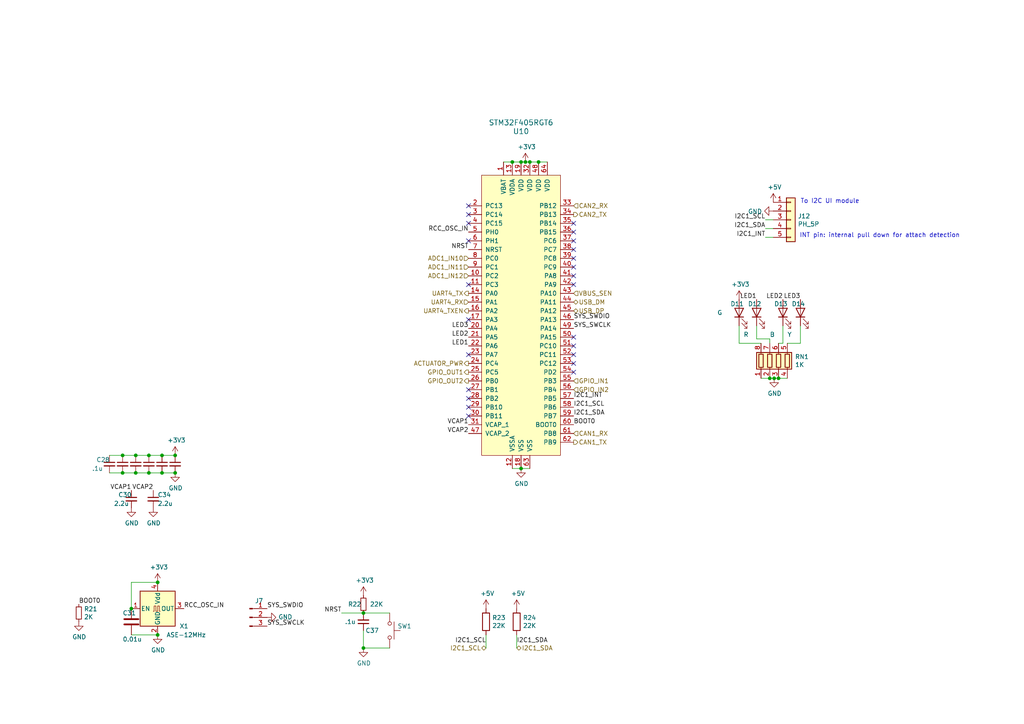
<source format=kicad_sch>
(kicad_sch (version 20211123) (generator eeschema)
  (paper "A4")
  (lib_symbols
    (symbol "AbsoluteEncoderBoard-rescue:STM32F405RGT6-dk_Embedded-Microcontrollers" (pin_names (offset 1.016))
      (property "Reference" "U" (at -11.43 45.72 0))
      (property "Value" "STM32F405RGT6-dk_Embedded-Microcontrollers" (at -1.27 2.54 90))
      (symbol "STM32F405RGT6-dk_Embedded-Microcontrollers_0_1"
        (rectangle (start -11.43 44.45) (end 11.43 -36.83) (fill (type background)))
      )
      (symbol "STM32F405RGT6-dk_Embedded-Microcontrollers_1_1"
        (pin power_in line (at -5.08 48.26 270) (length 3.81) (name "VBAT") (number "1"))
        (pin bidirectional line (at -15.24 15.24 0) (length 3.81) (name "PC2") (number "10"))
        (pin bidirectional line (at -15.24 12.7 0) (length 3.81) (name "PC3") (number "11"))
        (pin power_in line (at -2.54 -40.64 90) (length 3.81) (name "VSSA") (number "12"))
        (pin power_in line (at -2.54 48.26 270) (length 3.81) (name "VDDA") (number "13"))
        (pin bidirectional line (at -15.24 10.16 0) (length 3.81) (name "PA0") (number "14"))
        (pin bidirectional line (at -15.24 7.62 0) (length 3.81) (name "PA1") (number "15"))
        (pin bidirectional line (at -15.24 5.08 0) (length 3.81) (name "PA2") (number "16"))
        (pin bidirectional line (at -15.24 2.54 0) (length 3.81) (name "PA3") (number "17"))
        (pin power_in line (at 0 -40.64 90) (length 3.81) (name "VSS") (number "18"))
        (pin power_in line (at 0 48.26 270) (length 3.81) (name "VDD") (number "19"))
        (pin bidirectional line (at -15.24 35.56 0) (length 3.81) (name "PC13") (number "2"))
        (pin bidirectional line (at -15.24 0 0) (length 3.81) (name "PA4") (number "20"))
        (pin bidirectional line (at -15.24 -2.54 0) (length 3.81) (name "PA5") (number "21"))
        (pin bidirectional line (at -15.24 -5.08 0) (length 3.81) (name "PA6") (number "22"))
        (pin bidirectional line (at -15.24 -7.62 0) (length 3.81) (name "PA7") (number "23"))
        (pin bidirectional line (at -15.24 -10.16 0) (length 3.81) (name "PC4") (number "24"))
        (pin bidirectional line (at -15.24 -12.7 0) (length 3.81) (name "PC5") (number "25"))
        (pin bidirectional line (at -15.24 -15.24 0) (length 3.81) (name "PB0") (number "26"))
        (pin bidirectional line (at -15.24 -17.78 0) (length 3.81) (name "PB1") (number "27"))
        (pin bidirectional line (at -15.24 -20.32 0) (length 3.81) (name "PB2") (number "28"))
        (pin bidirectional line (at -15.24 -22.86 0) (length 3.81) (name "PB10") (number "29"))
        (pin bidirectional line (at -15.24 33.02 0) (length 3.81) (name "PC14") (number "3"))
        (pin bidirectional line (at -15.24 -25.4 0) (length 3.81) (name "PB11") (number "30"))
        (pin passive line (at -15.24 -27.94 0) (length 3.81) (name "VCAP_1") (number "31"))
        (pin power_in line (at 2.54 48.26 270) (length 3.81) (name "VDD") (number "32"))
        (pin bidirectional line (at 15.24 35.56 180) (length 3.81) (name "PB12") (number "33"))
        (pin bidirectional line (at 15.24 33.02 180) (length 3.81) (name "PB13") (number "34"))
        (pin bidirectional line (at 15.24 30.48 180) (length 3.81) (name "PB14") (number "35"))
        (pin bidirectional line (at 15.24 27.94 180) (length 3.81) (name "PB15") (number "36"))
        (pin bidirectional line (at 15.24 25.4 180) (length 3.81) (name "PC6") (number "37"))
        (pin bidirectional line (at 15.24 22.86 180) (length 3.81) (name "PC7") (number "38"))
        (pin bidirectional line (at 15.24 20.32 180) (length 3.81) (name "PC8") (number "39"))
        (pin bidirectional line (at -15.24 30.48 0) (length 3.81) (name "PC15") (number "4"))
        (pin bidirectional line (at 15.24 17.78 180) (length 3.81) (name "PC9") (number "40"))
        (pin bidirectional line (at 15.24 15.24 180) (length 3.81) (name "PA8") (number "41"))
        (pin bidirectional line (at 15.24 12.7 180) (length 3.81) (name "PA9") (number "42"))
        (pin bidirectional line (at 15.24 10.16 180) (length 3.81) (name "PA10") (number "43"))
        (pin bidirectional line (at 15.24 7.62 180) (length 3.81) (name "PA11") (number "44"))
        (pin bidirectional line (at 15.24 5.08 180) (length 3.81) (name "PA12") (number "45"))
        (pin bidirectional line (at 15.24 2.54 180) (length 3.81) (name "PA13") (number "46"))
        (pin passive line (at -15.24 -30.48 0) (length 3.81) (name "VCAP_2") (number "47"))
        (pin power_in line (at 5.08 48.26 270) (length 3.81) (name "VDD") (number "48"))
        (pin bidirectional line (at 15.24 0 180) (length 3.81) (name "PA14") (number "49"))
        (pin bidirectional line (at -15.24 27.94 0) (length 3.81) (name "PH0") (number "5"))
        (pin bidirectional line (at 15.24 -2.54 180) (length 3.81) (name "PA15") (number "50"))
        (pin bidirectional line (at 15.24 -5.08 180) (length 3.81) (name "PC10") (number "51"))
        (pin bidirectional line (at 15.24 -7.62 180) (length 3.81) (name "PC11") (number "52"))
        (pin bidirectional line (at 15.24 -10.16 180) (length 3.81) (name "PC12") (number "53"))
        (pin bidirectional line (at 15.24 -12.7 180) (length 3.81) (name "PD2") (number "54"))
        (pin bidirectional line (at 15.24 -15.24 180) (length 3.81) (name "PB3") (number "55"))
        (pin bidirectional line (at 15.24 -17.78 180) (length 3.81) (name "PB4") (number "56"))
        (pin bidirectional line (at 15.24 -20.32 180) (length 3.81) (name "PB5") (number "57"))
        (pin bidirectional line (at 15.24 -22.86 180) (length 3.81) (name "PB6") (number "58"))
        (pin bidirectional line (at 15.24 -25.4 180) (length 3.81) (name "PB7") (number "59"))
        (pin bidirectional line (at -15.24 25.4 0) (length 3.81) (name "PH1") (number "6"))
        (pin bidirectional line (at 15.24 -27.94 180) (length 3.81) (name "BOOT0") (number "60"))
        (pin bidirectional line (at 15.24 -30.48 180) (length 3.81) (name "PB8") (number "61"))
        (pin bidirectional line (at 15.24 -33.02 180) (length 3.81) (name "PB9") (number "62"))
        (pin power_in line (at 2.54 -40.64 90) (length 3.81) (name "VSS") (number "63"))
        (pin power_in line (at 7.62 48.26 270) (length 3.81) (name "VDD") (number "64"))
        (pin bidirectional line (at -15.24 22.86 0) (length 3.81) (name "NRST") (number "7"))
        (pin bidirectional line (at -15.24 20.32 0) (length 3.81) (name "PC0") (number "8"))
        (pin bidirectional line (at -15.24 17.78 0) (length 3.81) (name "PC1") (number "9"))
      )
    )
    (symbol "Connector:Conn_01x03_Male" (pin_names (offset 1.016) hide)
      (property "Reference" "J" (at 0 5.08 0))
      (property "Value" "Conn_01x03_Male" (at 0 -5.08 0))
      (symbol "Conn_01x03_Male_1_1"
        (polyline (pts (xy 1.27 -2.54) (xy 0.8636 -2.54)) (stroke (width 0.1524)))
        (polyline (pts (xy 1.27 0) (xy 0.8636 0)) (stroke (width 0.1524)))
        (polyline (pts (xy 1.27 2.54) (xy 0.8636 2.54)) (stroke (width 0.1524)))
        (rectangle (start 0.8636 -2.413) (end 0 -2.667) (stroke (width 0.1524)) (fill (type outline)))
        (rectangle (start 0.8636 0.127) (end 0 -0.127) (stroke (width 0.1524)) (fill (type outline)))
        (rectangle (start 0.8636 2.667) (end 0 2.413) (stroke (width 0.1524)) (fill (type outline)))
        (pin passive line (at 5.08 2.54 180) (length 3.81) (name "Pin_1") (number "1"))
        (pin passive line (at 5.08 0 180) (length 3.81) (name "Pin_2") (number "2"))
        (pin passive line (at 5.08 -2.54 180) (length 3.81) (name "Pin_3") (number "3"))
      )
    )
    (symbol "Connector_Generic:Conn_01x05" (pin_names (offset 1.016) hide)
      (property "Reference" "J" (at 0 7.62 0))
      (property "Value" "Conn_01x05" (at 0 -7.62 0))
      (symbol "Conn_01x05_1_1"
        (rectangle (start -1.27 -4.953) (end 0 -5.207) (stroke (width 0.1524)))
        (rectangle (start -1.27 -2.413) (end 0 -2.667) (stroke (width 0.1524)))
        (rectangle (start -1.27 0.127) (end 0 -0.127) (stroke (width 0.1524)))
        (rectangle (start -1.27 2.667) (end 0 2.413) (stroke (width 0.1524)))
        (rectangle (start -1.27 5.207) (end 0 4.953) (stroke (width 0.1524)))
        (rectangle (start -1.27 6.35) (end 1.27 -6.35) (stroke (width 0.254)) (fill (type background)))
        (pin passive line (at -5.08 5.08 0) (length 3.81) (name "Pin_1") (number "1"))
        (pin passive line (at -5.08 2.54 0) (length 3.81) (name "Pin_2") (number "2"))
        (pin passive line (at -5.08 0 0) (length 3.81) (name "Pin_3") (number "3"))
        (pin passive line (at -5.08 -2.54 0) (length 3.81) (name "Pin_4") (number "4"))
        (pin passive line (at -5.08 -5.08 0) (length 3.81) (name "Pin_5") (number "5"))
      )
    )
    (symbol "Device:C" (pin_numbers hide) (pin_names (offset 0.254))
      (property "Reference" "C" (at 0.635 2.54 0))
      (property "Value" "C" (at 0.635 -2.54 0))
      (symbol "C_0_1"
        (polyline (pts (xy -2.032 -0.762) (xy 2.032 -0.762)) (stroke (width 0.508)))
        (polyline (pts (xy -2.032 0.762) (xy 2.032 0.762)) (stroke (width 0.508)))
      )
      (symbol "C_1_1"
        (pin passive line (at 0 3.81 270) (length 2.794) (name "~") (number "1"))
        (pin passive line (at 0 -3.81 90) (length 2.794) (name "~") (number "2"))
      )
    )
    (symbol "Device:C_Small" (pin_numbers hide) (pin_names (offset 0.254) hide)
      (property "Reference" "C" (at 0.254 1.778 0))
      (property "Value" "C_Small" (at 0.254 -2.032 0))
      (symbol "C_Small_0_1"
        (polyline (pts (xy -1.524 -0.508) (xy 1.524 -0.508)) (stroke (width 0.3302)))
        (polyline (pts (xy -1.524 0.508) (xy 1.524 0.508)) (stroke (width 0.3048)))
      )
      (symbol "C_Small_1_1"
        (pin passive line (at 0 2.54 270) (length 2.032) (name "~") (number "1"))
        (pin passive line (at 0 -2.54 90) (length 2.032) (name "~") (number "2"))
      )
    )
    (symbol "Device:LED" (pin_numbers hide) (pin_names (offset 1.016) hide)
      (property "Reference" "D" (at 0 2.54 0))
      (property "Value" "LED" (at 0 -2.54 0))
      (symbol "LED_0_1"
        (polyline (pts (xy -1.27 -1.27) (xy -1.27 1.27)) (stroke (width 0.254)))
        (polyline (pts (xy -1.27 0) (xy 1.27 0)))
        (polyline (pts (xy 1.27 -1.27) (xy 1.27 1.27) (xy -1.27 0) (xy 1.27 -1.27)) (stroke (width 0.254)))
        (polyline (pts (xy -3.048 -0.762) (xy -4.572 -2.286) (xy -3.81 -2.286) (xy -4.572 -2.286) (xy -4.572 -1.524)))
        (polyline (pts (xy -1.778 -0.762) (xy -3.302 -2.286) (xy -2.54 -2.286) (xy -3.302 -2.286) (xy -3.302 -1.524)))
      )
      (symbol "LED_1_1"
        (pin passive line (at -3.81 0 0) (length 2.54) (name "K") (number "1"))
        (pin passive line (at 3.81 0 180) (length 2.54) (name "A") (number "2"))
      )
    )
    (symbol "Device:R" (pin_numbers hide) (pin_names (offset 0))
      (property "Reference" "R" (at 2.032 0 90))
      (property "Value" "R" (at 0 0 90))
      (symbol "R_0_1"
        (rectangle (start -1.016 -2.54) (end 1.016 2.54) (stroke (width 0.254)))
      )
      (symbol "R_1_1"
        (pin passive line (at 0 3.81 270) (length 1.27) (name "~") (number "1"))
        (pin passive line (at 0 -3.81 90) (length 1.27) (name "~") (number "2"))
      )
    )
    (symbol "Device:R_Pack04" (pin_names (offset 0) hide)
      (property "Reference" "RN" (at -7.62 0 90))
      (property "Value" "R_Pack04" (at 5.08 0 90))
      (symbol "R_Pack04_0_1"
        (rectangle (start -6.35 -2.413) (end 3.81 2.413) (stroke (width 0.254)) (fill (type background)))
        (rectangle (start -5.715 1.905) (end -4.445 -1.905) (stroke (width 0.254)))
        (rectangle (start -3.175 1.905) (end -1.905 -1.905) (stroke (width 0.254)))
        (rectangle (start -0.635 1.905) (end 0.635 -1.905) (stroke (width 0.254)))
        (polyline (pts (xy -5.08 -2.54) (xy -5.08 -1.905)))
        (polyline (pts (xy -5.08 1.905) (xy -5.08 2.54)))
        (polyline (pts (xy -2.54 -2.54) (xy -2.54 -1.905)))
        (polyline (pts (xy -2.54 1.905) (xy -2.54 2.54)))
        (polyline (pts (xy 0 -2.54) (xy 0 -1.905)))
        (polyline (pts (xy 0 1.905) (xy 0 2.54)))
        (polyline (pts (xy 2.54 -2.54) (xy 2.54 -1.905)))
        (polyline (pts (xy 2.54 1.905) (xy 2.54 2.54)))
        (rectangle (start 1.905 1.905) (end 3.175 -1.905) (stroke (width 0.254)))
      )
      (symbol "R_Pack04_1_1"
        (pin passive line (at -5.08 -5.08 90) (length 2.54) (name "R1.1") (number "1"))
        (pin passive line (at -2.54 -5.08 90) (length 2.54) (name "R2.1") (number "2"))
        (pin passive line (at 0 -5.08 90) (length 2.54) (name "R3.1") (number "3"))
        (pin passive line (at 2.54 -5.08 90) (length 2.54) (name "R4.1") (number "4"))
        (pin passive line (at 2.54 5.08 270) (length 2.54) (name "R4.2") (number "5"))
        (pin passive line (at 0 5.08 270) (length 2.54) (name "R3.2") (number "6"))
        (pin passive line (at -2.54 5.08 270) (length 2.54) (name "R2.2") (number "7"))
        (pin passive line (at -5.08 5.08 270) (length 2.54) (name "R1.2") (number "8"))
      )
    )
    (symbol "Device:R_Small" (pin_numbers hide) (pin_names (offset 0.254) hide)
      (property "Reference" "R" (at 0.762 0.508 0))
      (property "Value" "R_Small" (at 0.762 -1.016 0))
      (symbol "R_Small_0_1"
        (rectangle (start -0.762 1.778) (end 0.762 -1.778) (stroke (width 0.2032)))
      )
      (symbol "R_Small_1_1"
        (pin passive line (at 0 2.54 270) (length 0.762) (name "~") (number "1"))
        (pin passive line (at 0 -2.54 90) (length 0.762) (name "~") (number "2"))
      )
    )
    (symbol "Oscillator:ASE-xxxMHz" (pin_names (offset 0.254))
      (property "Reference" "X" (at -5.08 6.35 0))
      (property "Value" "ASE-xxxMHz" (at 1.27 -6.35 0))
      (symbol "ASE-xxxMHz_0_1"
        (rectangle (start -5.08 5.08) (end 5.08 -5.08) (stroke (width 0.254)) (fill (type background)))
        (polyline (pts (xy -1.27 -0.762) (xy -1.016 -0.762) (xy -1.016 0.762) (xy -0.508 0.762) (xy -0.508 -0.762) (xy 0 -0.762) (xy 0 0.762) (xy 0.508 0.762) (xy 0.508 -0.762) (xy 0.762 -0.762)))
      )
      (symbol "ASE-xxxMHz_1_1"
        (pin input line (at -7.62 0 0) (length 2.54) (name "EN") (number "1"))
        (pin power_in line (at 0 -7.62 90) (length 2.54) (name "GND") (number "2"))
        (pin output line (at 7.62 0 180) (length 2.54) (name "OUT") (number "3"))
        (pin power_in line (at 0 7.62 270) (length 2.54) (name "Vdd") (number "4"))
      )
    )
    (symbol "Switch:SW_Push" (pin_numbers hide) (pin_names (offset 1.016) hide)
      (property "Reference" "SW" (at 1.27 2.54 0))
      (property "Value" "SW_Push" (at 0 -1.524 0))
      (symbol "SW_Push_0_1"
        (circle (center -2.032 0) (radius 0.508))
        (polyline (pts (xy 0 1.27) (xy 0 3.048)))
        (polyline (pts (xy 2.54 1.27) (xy -2.54 1.27)))
        (circle (center 2.032 0) (radius 0.508))
        (pin passive line (at -5.08 0 0) (length 2.54) (name "1") (number "1"))
        (pin passive line (at 5.08 0 180) (length 2.54) (name "2") (number "2"))
      )
    )
    (symbol "power:+3.3V" (power) (pin_names (offset 0))
      (property "Value" "+3.3V" (at 0 3.556 0))
      (symbol "+3.3V_0_1"
        (polyline (pts (xy -0.762 1.27) (xy 0 2.54)))
        (polyline (pts (xy 0 0) (xy 0 2.54)))
        (polyline (pts (xy 0 2.54) (xy 0.762 1.27)))
      )
      (symbol "+3.3V_1_1"
        (pin power_in line (at 0 0 90) (length 0) hide (name "+3V3") (number "1"))
      )
    )
    (symbol "power:+3V3" (power) (pin_names (offset 0))
      (property "Value" "+3V3" (at 0 3.556 0))
      (symbol "+3V3_0_1"
        (polyline (pts (xy -0.762 1.27) (xy 0 2.54)))
        (polyline (pts (xy 0 0) (xy 0 2.54)))
        (polyline (pts (xy 0 2.54) (xy 0.762 1.27)))
      )
      (symbol "+3V3_1_1"
        (pin power_in line (at 0 0 90) (length 0) hide (name "+3V3") (number "1"))
      )
    )
    (symbol "power:+5V" (power) (pin_names (offset 0))
      (property "Value" "+5V" (at 0 3.556 0))
      (symbol "+5V_0_1"
        (polyline (pts (xy -0.762 1.27) (xy 0 2.54)))
        (polyline (pts (xy 0 0) (xy 0 2.54)))
        (polyline (pts (xy 0 2.54) (xy 0.762 1.27)))
      )
      (symbol "+5V_1_1"
        (pin power_in line (at 0 0 90) (length 0) hide (name "+5V") (number "1"))
      )
    )
    (symbol "power:GND" (power) (pin_names (offset 0))
      (property "Value" "GND" (at 0 -3.81 0))
      (symbol "GND_0_1"
        (polyline (pts (xy 0 0) (xy 0 -1.27) (xy 1.27 -1.27) (xy 0 -2.54) (xy -1.27 -1.27) (xy 0 -1.27)))
      )
      (symbol "GND_1_1"
        (pin power_in line (at 0 0 270) (length 0) hide (name "GND") (number "1"))
      )
    )
  )
  (junction (at 151.13 46.99))
  (junction (at 223.266 109.728))
  (junction (at 43.18 137.16))
  (junction (at 105.41 177.8))
  (junction (at 224.536 109.728))
  (junction (at 50.8 137.16))
  (junction (at 151.13 135.89))
  (junction (at 45.72 184.15))
  (junction (at 156.21 46.99))
  (junction (at 50.8 132.08))
  (junction (at 45.72 168.91))
  (junction (at 153.67 46.99))
  (junction (at 152.4 46.99))
  (junction (at 148.59 46.99))
  (junction (at 225.806 109.728))
  (junction (at 46.99 132.08))
  (junction (at 105.41 187.96))
  (junction (at 39.37 137.16))
  (junction (at 43.18 132.08))
  (junction (at 35.56 132.08))
  (junction (at 39.37 132.08))
  (junction (at 46.99 137.16))
  (junction (at 38.1 176.53))
  (junction (at 35.56 137.16))
  (no_connect (at 166.37 97.79))
  (no_connect (at 166.37 67.31))
  (no_connect (at 166.37 69.85))
  (no_connect (at 166.37 100.33))
  (no_connect (at 135.89 115.57))
  (no_connect (at 166.37 80.01))
  (no_connect (at 166.37 77.47))
  (no_connect (at 135.89 59.69))
  (no_connect (at 135.89 92.71))
  (no_connect (at 166.37 107.95))
  (no_connect (at 135.89 120.65))
  (no_connect (at 135.89 118.11))
  (no_connect (at 135.89 64.77))
  (no_connect (at 135.89 62.23))
  (no_connect (at 166.37 82.55))
  (no_connect (at 166.37 105.41))
  (no_connect (at 135.89 69.85))
  (no_connect (at 135.89 82.55))
  (no_connect (at 166.37 102.87))
  (no_connect (at 166.37 74.93))
  (no_connect (at 135.89 102.87))
  (no_connect (at 166.37 72.39))
  (no_connect (at 135.89 113.03))
  (no_connect (at 166.37 64.77))
  (wire (pts (xy 221.996 68.834) (xy 224.282 68.834)))
  (wire (pts (xy 39.37 132.08) (xy 35.56 132.08)))
  (wire (pts (xy 152.4 46.99) (xy 151.13 46.99)))
  (wire (pts (xy 232.156 94.488) (xy 232.156 99.568)))
  (wire (pts (xy 105.41 187.96) (xy 105.41 182.88)))
  (wire (pts (xy 225.806 109.728) (xy 228.346 109.728)))
  (wire (pts (xy 156.21 46.99) (xy 153.67 46.99)))
  (wire (pts (xy 46.99 132.08) (xy 43.18 132.08)))
  (wire (pts (xy 220.726 109.728) (xy 223.266 109.728)))
  (wire (pts (xy 99.06 177.8) (xy 105.41 177.8)))
  (wire (pts (xy 38.1 184.15) (xy 45.72 184.15)))
  (wire (pts (xy 105.41 177.8) (xy 113.03 177.8)))
  (wire (pts (xy 46.99 137.16) (xy 43.18 137.16)))
  (wire (pts (xy 43.18 132.08) (xy 39.37 132.08)))
  (wire (pts (xy 219.456 98.298) (xy 223.266 98.298)))
  (wire (pts (xy 50.8 137.16) (xy 46.99 137.16)))
  (wire (pts (xy 35.56 132.08) (xy 31.75 132.08)))
  (wire (pts (xy 221.996 66.294) (xy 224.282 66.294)))
  (wire (pts (xy 232.156 99.568) (xy 228.346 99.568)))
  (wire (pts (xy 113.03 187.96) (xy 105.41 187.96)))
  (wire (pts (xy 158.75 46.99) (xy 156.21 46.99)))
  (wire (pts (xy 151.13 46.99) (xy 148.59 46.99)))
  (wire (pts (xy 225.806 99.568) (xy 227.076 99.568)))
  (wire (pts (xy 149.86 184.15) (xy 149.86 187.96)))
  (wire (pts (xy 221.996 63.754) (xy 224.282 63.754)))
  (wire (pts (xy 223.266 109.728) (xy 224.536 109.728)))
  (wire (pts (xy 140.97 184.15) (xy 140.97 187.96)))
  (wire (pts (xy 50.8 132.08) (xy 46.99 132.08)))
  (wire (pts (xy 224.536 109.728) (xy 225.806 109.728)))
  (wire (pts (xy 223.266 98.298) (xy 223.266 99.568)))
  (wire (pts (xy 214.376 94.488) (xy 214.376 99.568)))
  (wire (pts (xy 153.67 135.89) (xy 151.13 135.89)))
  (wire (pts (xy 38.1 176.53) (xy 38.1 168.91)))
  (wire (pts (xy 38.1 168.91) (xy 45.72 168.91)))
  (wire (pts (xy 151.13 135.89) (xy 148.59 135.89)))
  (wire (pts (xy 219.456 94.488) (xy 219.456 98.298)))
  (wire (pts (xy 214.376 99.568) (xy 220.726 99.568)))
  (wire (pts (xy 35.56 137.16) (xy 31.75 137.16)))
  (wire (pts (xy 43.18 137.16) (xy 39.37 137.16)))
  (wire (pts (xy 153.67 46.99) (xy 152.4 46.99)))
  (wire (pts (xy 227.076 99.568) (xy 227.076 94.488)))
  (wire (pts (xy 39.37 137.16) (xy 35.56 137.16)))
  (wire (pts (xy 148.59 46.99) (xy 146.05 46.99)))
  (text "To I2C UI module" (at 232.156 59.182 0) (effects (font (size 1.27 1.27)) (justify left bottom)))
  (text "INT pin: internal pull down for attach detection" (at 231.902 69.088 0) (effects (font (size 1.27 1.27)) (justify left bottom)))
  (label "SYS_SWDIO" (at 77.47 176.53 0))
  (label "SYS_SWCLK" (at 166.37 95.25 0))
  (label "I2C1_INT" (at 166.37 115.57 0))
  (label "SYS_SWCLK" (at 77.47 181.61 0))
  (label "LED3" (at 232.156 86.868 180))
  (label "NRST" (at 99.06 177.8 180))
  (label "VCAP1" (at 135.89 123.19 180))
  (label "I2C1_INT" (at 221.996 68.834 180))
  (label "VCAP1" (at 38.1 142.24 180))
  (label "BOOT0" (at 22.86 175.26 0))
  (label "I2C1_SDA" (at 166.37 120.65 0))
  (label "RCC_OSC_IN" (at 53.34 176.53 0))
  (label "LED3" (at 135.89 95.25 180))
  (label "NRST" (at 135.89 72.39 180))
  (label "VCAP2" (at 135.89 125.73 180))
  (label "RCC_OSC_IN" (at 135.89 67.31 180))
  (label "BOOT0" (at 166.37 123.19 0))
  (label "LED1" (at 135.89 100.33 180))
  (label "I2C1_SDA" (at 149.86 186.69 0))
  (label "LED2" (at 227.076 86.868 180))
  (label "I2C1_SCL" (at 166.37 118.11 0))
  (label "I2C1_SCL" (at 221.996 63.754 180))
  (label "I2C1_SDA" (at 221.996 66.294 180))
  (label "LED1" (at 219.456 86.868 180))
  (label "LED2" (at 135.89 97.79 180))
  (label "SYS_SWDIO" (at 166.37 92.71 0))
  (label "I2C1_SCL" (at 140.97 186.69 180))
  (label "VCAP2" (at 44.45 142.24 180))
  (hierarchical_label "CAN2_TX" (shape output) (at 166.37 62.23 0))
  (hierarchical_label "GPIO_IN1" (shape input) (at 166.37 110.49 0))
  (hierarchical_label "CAN1_RX" (shape input) (at 166.37 125.73 0))
  (hierarchical_label "GPIO_OUT1" (shape output) (at 135.89 107.95 180))
  (hierarchical_label "UART4_TX" (shape output) (at 135.89 85.09 180))
  (hierarchical_label "USB_DP" (shape bidirectional) (at 166.37 90.17 0))
  (hierarchical_label "ADC1_IN12" (shape input) (at 135.89 80.01 180))
  (hierarchical_label "ADC1_IN10" (shape input) (at 135.89 74.93 180))
  (hierarchical_label "ADC1_IN11" (shape input) (at 135.89 77.47 180))
  (hierarchical_label "CAN1_TX" (shape output) (at 166.37 128.27 0))
  (hierarchical_label "ACTUATOR_PWR" (shape output) (at 135.89 105.41 180))
  (hierarchical_label "GPIO_IN2" (shape input) (at 166.37 113.03 0))
  (hierarchical_label "I2C1_SCL" (shape bidirectional) (at 140.97 187.96 180))
  (hierarchical_label "USB_DM" (shape bidirectional) (at 166.37 87.63 0))
  (hierarchical_label "UART4_RX" (shape input) (at 135.89 87.63 180))
  (hierarchical_label "UART4_TXEN" (shape output) (at 135.89 90.17 180))
  (hierarchical_label "I2C1_SDA" (shape bidirectional) (at 149.86 187.96 0))
  (hierarchical_label "CAN2_RX" (shape input) (at 166.37 59.69 0))
  (hierarchical_label "GPIO_OUT2" (shape output) (at 135.89 110.49 180))
  (hierarchical_label "VBUS_SEN" (shape input) (at 166.37 85.09 0))
  (symbol (lib_id "AbsoluteEncoderBoard-rescue:STM32F405RGT6-dk_Embedded-Microcontrollers") (at 151.13 95.25 0) (unit 1)
    (property "Reference" "U10" (at 151.13 38.1 0) (effects (font (size 1.524 1.524))))
    (property "Value" "STM32F405RGT6" (at 151.13 35.56 0) (effects (font (size 1.524 1.524))))
    (property "Footprint" "digikey-footprints:LQFP-64_10x10mm" (effects hide))
    (property "Datasheet" "http://www.st.com/content/ccc/resource/technical/document/datasheet/ef/92/76/6d/bb/c2/4f/f7/DM00037051.pdf/files/DM00037051.pdf/jcr:content/translations/en.DM00037051.pdf" (effects hide))
    (property "Digi-Key_PN" "497-11767-ND" (effects hide))
    (property "MPN" "STM32F405RGT6" (effects hide))
    (property "Category" "Integrated Circuits (ICs)" (effects hide))
    (property "Family" "Embedded - Microcontrollers" (effects hide))
    (property "DK_Datasheet_Link" "http://www.st.com/content/ccc/resource/technical/document/datasheet/ef/92/76/6d/bb/c2/4f/f7/DM00037051.pdf/files/DM00037051.pdf/jcr:content/translations/en.DM00037051.pdf" (effects hide))
    (property "DK_Detail_Page" "/product-detail/en/stmicroelectronics/STM32F405RGT6/497-11767-ND/2754208" (effects hide))
    (property "Description" "IC MCU 32BIT 1MB FLASH 64LQFP" (effects hide))
    (property "Manufacturer" "STMicroelectronics" (effects hide))
    (property "Status" "Active" (effects hide))
  )
  (symbol (lib_id "power:+3.3V") (at 152.4 46.99 0) (unit 1)
    (property "Reference" "#PWR079" (effects hide))
    (property "Value" "+3.3V" (at 152.781 42.5958 0))
  )
  (symbol (lib_id "power:GND") (at 151.13 135.89 0) (unit 1)
    (property "Reference" "#PWR078" (effects hide))
    (property "Value" "GND" (at 151.257 140.2842 0))
  )
  (symbol (lib_id "Device:C_Small") (at 31.75 134.62 0) (unit 1)
    (property "Reference" "C28" (at 27.94 133.35 0) (effects (justify left)))
    (property "Value" ".1u" (at 26.67 135.89 0) (effects (justify left)))
    (property "Footprint" "Capacitor_SMD:C_0402_1005Metric" (effects hide))
  )
  (symbol (lib_id "Device:C_Small") (at 35.56 134.62 0) (unit 1)
    (property "Reference" "C29" (effects hide))
    (property "Value" ".1u" (effects hide))
    (property "Footprint" "Capacitor_SMD:C_0402_1005Metric" (effects hide))
  )
  (symbol (lib_id "Device:C_Small") (at 39.37 134.62 0) (unit 1)
    (property "Reference" "C32" (effects hide))
    (property "Value" ".1u" (effects hide))
    (property "Footprint" "Capacitor_SMD:C_0402_1005Metric" (effects hide))
  )
  (symbol (lib_id "Device:C_Small") (at 43.18 134.62 0) (unit 1)
    (property "Reference" "C33" (effects hide))
    (property "Value" ".1u" (effects hide))
    (property "Footprint" "Capacitor_SMD:C_0402_1005Metric" (effects hide))
  )
  (symbol (lib_id "Device:C_Small") (at 46.99 134.62 0) (unit 1)
    (property "Reference" "C35" (effects hide))
    (property "Value" ".1u" (effects hide))
    (property "Footprint" "Capacitor_SMD:C_0402_1005Metric" (effects hide))
  )
  (symbol (lib_id "Device:C_Small") (at 50.8 134.62 0) (unit 1)
    (property "Reference" "C36" (effects hide))
    (property "Value" ".1u" (effects hide))
    (property "Footprint" "Capacitor_SMD:C_0402_1005Metric" (effects hide))
  )
  (symbol (lib_id "power:+3.3V") (at 50.8 132.08 0) (unit 1)
    (property "Reference" "#PWR071" (effects hide))
    (property "Value" "+3.3V" (at 51.181 127.6858 0))
  )
  (symbol (lib_id "power:GND") (at 50.8 137.16 0) (unit 1)
    (property "Reference" "#PWR072" (effects hide))
    (property "Value" "GND" (at 50.927 141.5542 0))
  )
  (symbol (lib_id "Device:C_Small") (at 38.1 144.78 0) (unit 1)
    (property "Reference" "C30" (at 34.29 143.51 0) (effects (justify left)))
    (property "Value" "2.2u" (at 33.02 146.05 0) (effects (justify left)))
    (property "Footprint" "Capacitor_SMD:C_0402_1005Metric" (effects hide))
  )
  (symbol (lib_id "Device:C_Small") (at 44.45 144.78 0) (unit 1)
    (property "Reference" "C34" (at 45.72 143.51 0) (effects (justify left)))
    (property "Value" "2.2u" (at 45.72 146.05 0) (effects (justify left)))
    (property "Footprint" "Capacitor_SMD:C_0402_1005Metric" (effects hide))
  )
  (symbol (lib_id "power:GND") (at 38.1 147.32 0) (unit 1)
    (property "Reference" "#PWR067" (effects hide))
    (property "Value" "GND" (at 38.227 151.7142 0))
  )
  (symbol (lib_id "power:GND") (at 44.45 147.32 0) (unit 1)
    (property "Reference" "#PWR068" (effects hide))
    (property "Value" "GND" (at 44.577 151.7142 0))
  )
  (symbol (lib_id "Device:R_Small") (at 22.86 177.8 180) (unit 1)
    (property "Reference" "R21" (at 24.3586 176.6316 0) (effects (justify right)))
    (property "Value" "2K" (at 24.3586 178.943 0) (effects (justify right)))
    (property "Footprint" "Resistor_SMD:R_0603_1608Metric" (effects hide))
  )
  (symbol (lib_id "power:GND") (at 22.86 180.34 0) (unit 1)
    (property "Reference" "#PWR066" (effects hide))
    (property "Value" "GND" (at 22.987 184.7342 0))
  )
  (symbol (lib_id "power:GND") (at 45.72 184.15 0) (unit 1)
    (property "Reference" "#PWR070" (effects hide))
    (property "Value" "GND" (at 45.847 188.5442 0))
  )
  (symbol (lib_id "power:+3.3V") (at 45.72 168.91 0) (unit 1)
    (property "Reference" "#PWR069" (effects hide))
    (property "Value" "+3.3V" (at 46.101 164.5158 0))
  )
  (symbol (lib_id "Device:C") (at 38.1 180.34 0) (unit 1)
    (property "Reference" "C31" (at 35.56 177.8 0) (effects (justify left)))
    (property "Value" "0.01u" (at 35.56 185.42 0) (effects (justify left)))
    (property "Footprint" "Capacitor_SMD:C_0402_1005Metric" (effects hide))
  )
  (symbol (lib_id "Oscillator:ASE-xxxMHz") (at 45.72 176.53 0) (unit 1)
    (property "Reference" "X1" (at 52.07 181.61 0) (effects (justify left)))
    (property "Value" "ASE-12MHz" (at 48.26 184.15 0) (effects (justify left)))
    (property "Footprint" "Oscillator:Oscillator_SMD_Abracon_ASE-4Pin_3.2x2.5mm" (effects hide))
    (property "Datasheet" "http://www.abracon.com/Oscillators/ASV.pdf" (effects hide))
  )
  (symbol (lib_id "Connector:Conn_01x03_Male") (at 72.39 179.07 0) (unit 1)
    (property "Reference" "J7" (at 75.1332 174.2694 0))
    (property "Value" "HDR_3P_Hor" (effects hide))
    (property "Footprint" "Connector_PinHeader_2.54mm:PinHeader_1x03_P2.54mm_Vertical" (effects hide))
  )
  (symbol (lib_id "power:GND") (at 77.47 179.07 90) (unit 1)
    (property "Reference" "#PWR073" (effects hide))
    (property "Value" "GND" (at 80.7212 178.943 90) (effects (justify right)))
  )
  (symbol (lib_id "Device:R_Small") (at 105.41 175.26 180)
    (property "Reference" "R22" (at 102.87 175.26 0))
    (property "Value" "22K" (at 109.22 175.26 0))
    (property "Footprint" "Resistor_SMD:R_0603_1608Metric" (effects hide))
  )
  (symbol (lib_id "power:GND") (at 105.41 187.96 0)
    (property "Reference" "#PWR075" (effects hide))
    (property "Value" "GND" (at 105.537 192.3542 0))
  )
  (symbol (lib_id "Device:C_Small") (at 105.41 180.34 180)
    (property "Reference" "C37" (at 107.95 182.88 0))
    (property "Value" ".1u" (at 101.6 180.34 0))
    (property "Footprint" "Capacitor_SMD:C_0402_1005Metric" (effects hide))
  )
  (symbol (lib_id "power:+3.3V") (at 105.41 172.72 0)
    (property "Reference" "#PWR074" (effects hide))
    (property "Value" "+3.3V" (at 105.791 168.3258 0))
  )
  (symbol (lib_id "Device:R") (at 140.97 180.34 0)
    (property "Reference" "R23" (at 142.748 179.1716 0) (effects (justify left)))
    (property "Value" "22K" (at 142.748 181.483 0) (effects (justify left)))
    (property "Footprint" "Resistor_SMD:R_0603_1608Metric" (effects hide))
  )
  (symbol (lib_id "power:+5V") (at 140.97 176.53 0)
    (property "Reference" "#PWR076" (effects hide))
    (property "Value" "+5V" (at 141.351 172.1358 0))
  )
  (symbol (lib_id "power:+5V") (at 149.86 176.53 0)
    (property "Reference" "#PWR077" (effects hide))
    (property "Value" "+5V" (at 150.241 172.1358 0))
  )
  (symbol (lib_id "Device:R") (at 149.86 180.34 0)
    (property "Reference" "R24" (at 151.638 179.1716 0) (effects (justify left)))
    (property "Value" "22K" (at 151.638 181.483 0) (effects (justify left)))
    (property "Footprint" "Resistor_SMD:R_0603_1608Metric" (effects hide))
  )
  (symbol (lib_id "Device:LED") (at 214.376 90.678 90) (unit 1)
    (property "Reference" "D11" (at 211.836 88.138 90) (effects (justify right)))
    (property "Value" "G" (at 208.026 90.678 90) (effects (justify right)))
    (property "Footprint" "LED_SMD:LED_0805_2012Metric_Pad1.15x1.40mm_HandSolder" (effects hide))
  )
  (symbol (lib_id "Device:LED") (at 219.456 90.678 90) (unit 1)
    (property "Reference" "D12" (at 216.916 88.138 90) (effects (justify right)))
    (property "Value" "R" (at 215.646 97.028 90) (effects (justify right)))
    (property "Footprint" "LED_SMD:LED_0805_2012Metric_Pad1.15x1.40mm_HandSolder" (effects hide))
  )
  (symbol (lib_id "Device:LED") (at 227.076 90.678 90) (unit 1)
    (property "Reference" "D13" (at 224.536 88.138 90) (effects (justify right)))
    (property "Value" "B" (at 223.266 97.028 90) (effects (justify right)))
    (property "Footprint" "LED_SMD:LED_0805_2012Metric_Pad1.15x1.40mm_HandSolder" (effects hide))
  )
  (symbol (lib_id "Device:R_Pack04") (at 225.806 104.648 0) (unit 1)
    (property "Reference" "RN1" (at 230.5812 103.4796 0) (effects (justify left)))
    (property "Value" "1K" (at 230.5812 105.791 0) (effects (justify left)))
    (property "Footprint" "Resistor_SMD:R_Array_Convex_4x0603" (effects hide))
  )
  (symbol (lib_id "power:GND") (at 224.536 109.728 0) (unit 1)
    (property "Reference" "#PWR081" (effects hide))
    (property "Value" "GND" (at 224.663 114.1222 0))
  )
  (symbol (lib_id "Device:LED") (at 232.156 90.678 90) (unit 1)
    (property "Reference" "D14" (at 229.616 88.138 90) (effects (justify right)))
    (property "Value" "Y" (at 228.346 97.028 90) (effects (justify right)))
    (property "Footprint" "LED_SMD:LED_0805_2012Metric_Pad1.15x1.40mm_HandSolder" (effects hide))
  )
  (symbol (lib_id "power:+3V3") (at 214.376 86.868 0) (unit 1)
    (property "Reference" "#PWR080" (effects hide))
    (property "Value" "+3V3" (at 214.757 82.4738 0))
  )
  (symbol (lib_id "Switch:SW_Push") (at 113.03 182.88 270) (mirror x) (unit 1)
    (property "Reference" "SW1" (at 119.38 181.61 90) (effects (justify right)))
    (property "Value" "SW_Push" (effects hide))
    (property "Footprint" "Button_Switch_SMD:SW_SPST_TL3342" (effects hide))
  )
  (symbol (lib_id "Connector_Generic:Conn_01x05") (at 229.362 63.754 0) (unit 1)
    (property "Reference" "J12" (at 231.394 62.6872 0) (effects (justify left)))
    (property "Value" "PH_5P" (at 231.394 64.9986 0) (effects (justify left)))
    (property "Footprint" "Connector_JST:JST_PH_B5B-PH-K_1x05_P2.00mm_Vertical" (effects hide))
  )
  (symbol (lib_id "power:+5V") (at 224.282 58.674 0) (unit 1)
    (property "Reference" "#PWR021" (effects hide))
    (property "Value" "+5V" (at 224.663 54.2798 0))
  )
  (symbol (lib_id "power:GND") (at 224.282 61.214 270) (unit 1)
    (property "Reference" "#PWR060" (effects hide))
    (property "Value" "GND" (at 221.0308 61.341 90) (effects (justify right)))
  )
)
</source>
